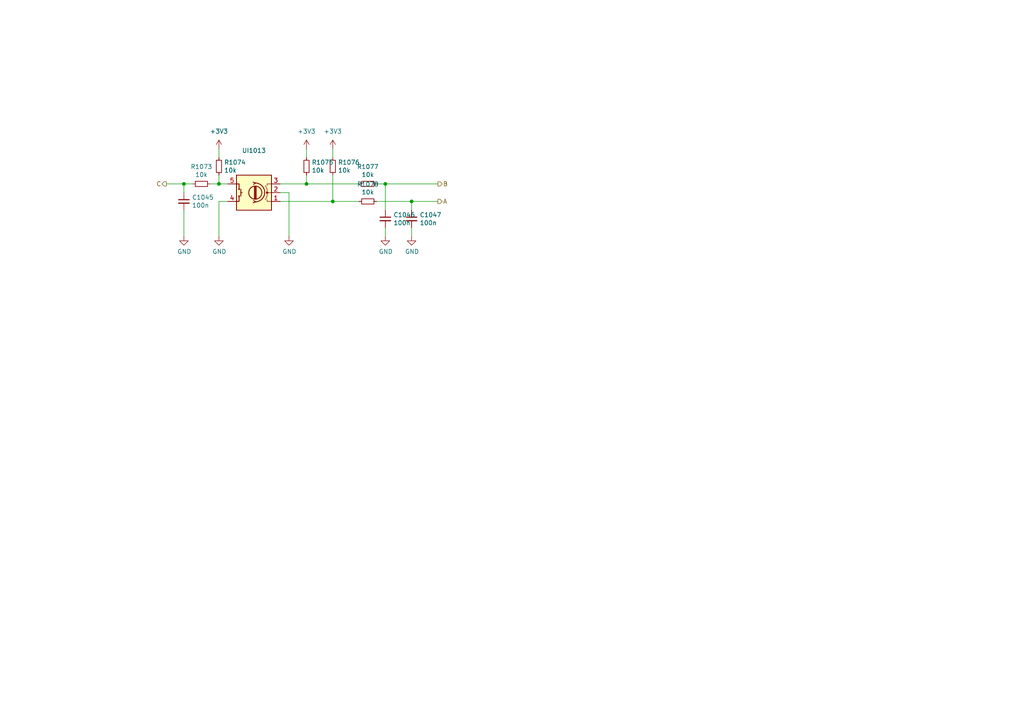
<source format=kicad_sch>
(kicad_sch (version 20230121) (generator eeschema)
  (paper "A4")
  (lib_symbols
    (symbol "power:+3V3" (power) (pin_names (offset 0))
      (property "Value" "+3V3" (at 0 3.556 0))
      (symbol "+3V3_0_1"
        (polyline (pts (xy -0.762 1.27) (xy 0 2.54)))
        (polyline (pts (xy 0 0) (xy 0 2.54)))
        (polyline (pts (xy 0 2.54) (xy 0.762 1.27)))
      )
      (symbol "+3V3_1_1"
        (pin power_in line (at 0 0 90) (length 0) hide (name "+3V3") (number "1"))
      )
    )
    (symbol "power:GND" (power) (pin_names (offset 0))
      (property "Value" "GND" (at 0 -3.81 0))
      (symbol "GND_0_1"
        (polyline (pts (xy 0 0) (xy 0 -1.27) (xy 1.27 -1.27) (xy 0 -2.54) (xy -1.27 -1.27) (xy 0 -1.27)))
      )
      (symbol "GND_1_1"
        (pin power_in line (at 0 0 270) (length 0) hide (name "GND") (number "1"))
      )
    )
    (symbol "suku_basics:CAP" (pin_numbers hide) (pin_names (offset 0.254) hide)
      (property "Reference" "C" (at 0.254 1.778 0))
      (property "Value" "CAP" (at 0.254 -2.032 0))
      (symbol "CAP_0_1"
        (polyline (pts (xy -1.524 -0.508) (xy 1.524 -0.508)) (stroke (width 0.3302)))
        (polyline (pts (xy -1.524 0.508) (xy 1.524 0.508)) (stroke (width 0.3048)))
      )
      (symbol "CAP_1_1"
        (pin passive line (at 0 2.54 270) (length 2.032) (name "~") (number "1"))
        (pin passive line (at 0 -2.54 90) (length 2.032) (name "~") (number "2"))
      )
    )
    (symbol "suku_basics:RES" (pin_numbers hide) (pin_names (offset 0.254) hide)
      (property "Reference" "R" (at 0.762 0.508 0))
      (property "Value" "RES" (at 0.762 -1.016 0))
      (symbol "RES_1_1"
        (rectangle (start -0.762 1.778) (end 0.762 -1.778) (stroke (width 0.2032)))
        (pin passive line (at 0 2.54 270) (length 0.762) (name "~") (number "1"))
        (pin passive line (at 0 -2.54 90) (length 0.762) (name "~") (number "2"))
      )
    )
    (symbol "suku_basics:UI_Rotary_Encoder_Switch" (pin_names (offset 0.254) hide)
      (property "Reference" "UI" (at 0 6.604 0))
      (property "Value" "UI_Rotary_Encoder_Switch" (at 0 -6.604 0))
      (symbol "UI_Rotary_Encoder_Switch_0_1"
        (rectangle (start -5.08 5.08) (end 5.08 -5.08) (stroke (width 0.254)) (fill (type background)))
        (circle (center -3.81 0) (radius 0.254) (fill (type outline)))
        (circle (center -0.381 0) (radius 1.905) (stroke (width 0.254)))
        (arc (start -0.381 2.667) (mid -3.0988 -0.0635) (end -0.381 -2.794) (stroke (width 0.254)))
        (polyline (pts (xy -0.635 -1.778) (xy -0.635 1.778)) (stroke (width 0.254)))
        (polyline (pts (xy -0.381 -1.778) (xy -0.381 1.778)) (stroke (width 0.254)))
        (polyline (pts (xy -0.127 1.778) (xy -0.127 -1.778)) (stroke (width 0.254)))
        (polyline (pts (xy 3.81 0) (xy 3.429 0)) (stroke (width 0.254)))
        (polyline (pts (xy 3.81 1.016) (xy 3.81 -1.016)) (stroke (width 0.254)))
        (polyline (pts (xy -5.08 -2.54) (xy -3.81 -2.54) (xy -3.81 -2.032)))
        (polyline (pts (xy -5.08 2.54) (xy -3.81 2.54) (xy -3.81 2.032)))
        (polyline (pts (xy 0.254 -3.048) (xy -0.508 -2.794) (xy 0.127 -2.413)) (stroke (width 0.254)))
        (polyline (pts (xy 0.254 2.921) (xy -0.508 2.667) (xy 0.127 2.286)) (stroke (width 0.254)))
        (polyline (pts (xy 5.08 -2.54) (xy 4.318 -2.54) (xy 4.318 -1.016)) (stroke (width 0.254)))
        (polyline (pts (xy 5.08 2.54) (xy 4.318 2.54) (xy 4.318 1.016)) (stroke (width 0.254)))
        (polyline (pts (xy -5.08 0) (xy -3.81 0) (xy -3.81 -1.016) (xy -3.302 -2.032)))
        (polyline (pts (xy -4.318 0) (xy -3.81 0) (xy -3.81 1.016) (xy -3.302 2.032)))
        (circle (center 4.318 -1.016) (radius 0.127) (stroke (width 0.254)))
        (circle (center 4.318 1.016) (radius 0.127) (stroke (width 0.254)))
      )
      (symbol "UI_Rotary_Encoder_Switch_1_1"
        (pin passive line (at -7.62 2.54 0) (length 2.54) (name "1") (number "1"))
        (pin passive line (at -7.62 0 0) (length 2.54) (name "2") (number "2"))
        (pin passive line (at -7.62 -2.54 0) (length 2.54) (name "3") (number "3"))
        (pin passive line (at 7.62 2.54 180) (length 2.54) (name "4") (number "4"))
        (pin passive line (at 7.62 -2.54 180) (length 2.54) (name "5") (number "5"))
        (pin no_connect line (at 0 -7.62 90) (length 2.54) hide (name "6") (number "6"))
        (pin no_connect line (at 0 7.62 270) (length 2.54) hide (name "7") (number "7"))
      )
    )
  )
  (junction (at 63.5 53.34))
  (junction (at 96.52 58.42))
  (junction (at 53.34 53.34))
  (junction (at 88.9 53.34))
  (junction (at 119.38 58.42))
  (junction (at 111.76 53.34))
  (wire (pts (xy 96.52 43.18) (xy 96.52 45.72)))
  (wire (pts (xy 63.5 58.42) (xy 66.04 58.42)))
  (wire (pts (xy 111.76 53.34) (xy 109.22 53.34)))
  (wire (pts (xy 63.5 68.58) (xy 63.5 58.42)))
  (wire (pts (xy 119.38 58.42) (xy 127 58.42)))
  (wire (pts (xy 111.76 68.58) (xy 111.76 66.04)))
  (wire (pts (xy 81.28 58.42) (xy 96.52 58.42)))
  (wire (pts (xy 53.34 53.34) (xy 55.88 53.34)))
  (wire (pts (xy 119.38 60.96) (xy 119.38 58.42)))
  (wire (pts (xy 111.76 60.96) (xy 111.76 53.34)))
  (wire (pts (xy 83.82 55.88) (xy 81.28 55.88)))
  (wire (pts (xy 53.34 68.58) (xy 53.34 60.96)))
  (wire (pts (xy 119.38 58.42) (xy 109.22 58.42)))
  (wire (pts (xy 88.9 50.8) (xy 88.9 53.34)))
  (wire (pts (xy 96.52 50.8) (xy 96.52 58.42)))
  (wire (pts (xy 88.9 53.34) (xy 104.14 53.34)))
  (wire (pts (xy 88.9 43.18) (xy 88.9 45.72)))
  (wire (pts (xy 81.28 53.34) (xy 88.9 53.34)))
  (wire (pts (xy 63.5 53.34) (xy 66.04 53.34)))
  (wire (pts (xy 111.76 53.34) (xy 127 53.34)))
  (wire (pts (xy 83.82 68.58) (xy 83.82 55.88)))
  (wire (pts (xy 96.52 58.42) (xy 104.14 58.42)))
  (wire (pts (xy 119.38 68.58) (xy 119.38 66.04)))
  (wire (pts (xy 60.96 53.34) (xy 63.5 53.34)))
  (wire (pts (xy 53.34 55.88) (xy 53.34 53.34)))
  (wire (pts (xy 48.26 53.34) (xy 53.34 53.34)))
  (wire (pts (xy 63.5 43.18) (xy 63.5 45.72)))
  (wire (pts (xy 63.5 50.8) (xy 63.5 53.34)))
  (hierarchical_label "A" (shape output) (at 127 58.42 0))
  (hierarchical_label "C" (shape output) (at 48.26 53.34 180))
  (hierarchical_label "B" (shape output) (at 127 53.34 0))
  (symbol (lib_id "power:GND") (at 83.82 68.58 0) (unit 1)
    (property "Reference" "#PWR01140" (effects hide))
    (property "Value" "GND" (at 83.947 72.9742 0))
    (instances (project "EN16" (path "" (reference "#PWR01140") (unit 1)) (path "" (reference "#PWR01116") (unit 1)) (path "" (reference "#PWR01124") (unit 1)) (path "" (reference "#PWR01028") (unit 1)) (path "" (reference "#PWR01004") (unit 1)) (path "" (reference "#PWR01164") (unit 1)) (path "" (reference "#PWR01044") (unit 1)) (path "" (reference "#PWR01092") (unit 1)) (path "" (reference "#PWR01148") (unit 1)) (path "" (reference "#PWR01156") (unit 1)) (path "" (reference "#PWR01020") (unit 1)) (path "" (reference "#PWR01100") (unit 1)) (path "" (reference "#PWR01036") (unit 1)) (path "" (reference "#PWR01108") (unit 1)) (path "" (reference "#PWR01012") (unit 1)) (path "" (reference "#PWR01132") (unit 1))))
  )
  (symbol (lib_id "suku_basics:RES") (at 106.68 53.34 270) (unit 1)
    (property "Reference" "R1077" (at 106.68 48.3616 90))
    (property "Value" "10k" (at 106.68 50.673 90))
    (property "Footprint" "suku_basics:RES_0402" (effects hide))
    (instances (project "EN16" (path "" (reference "R1077") (unit 1)) (path "" (reference "R1059") (unit 1)) (path "" (reference "R1065") (unit 1)) (path "" (reference "R1023") (unit 1)) (path "" (reference "R1005") (unit 1)) (path "" (reference "R1095") (unit 1)) (path "" (reference "R1035") (unit 1)) (path "" (reference "R1041") (unit 1)) (path "" (reference "R1083") (unit 1)) (path "" (reference "R1089") (unit 1)) (path "" (reference "R1017") (unit 1)) (path "" (reference "R1047") (unit 1)) (path "" (reference "R1029") (unit 1)) (path "" (reference "R1053") (unit 1)) (path "" (reference "R1011") (unit 1)) (path "" (reference "R1071") (unit 1))))
  )
  (symbol (lib_id "suku_basics:RES") (at 88.9 48.26 0) (unit 1)
    (property "Reference" "R1075" (at 90.3986 47.0916 0) (effects (justify left)))
    (property "Value" "10k" (at 90.3986 49.403 0) (effects (justify left)))
    (property "Footprint" "suku_basics:RES_0402" (effects hide))
    (instances (project "EN16" (path "" (reference "R1075") (unit 1)) (path "" (reference "R1057") (unit 1)) (path "" (reference "R1063") (unit 1)) (path "" (reference "R1021") (unit 1)) (path "" (reference "R1003") (unit 1)) (path "" (reference "R1093") (unit 1)) (path "" (reference "R1033") (unit 1)) (path "" (reference "R1039") (unit 1)) (path "" (reference "R1081") (unit 1)) (path "" (reference "R1087") (unit 1)) (path "" (reference "R1015") (unit 1)) (path "" (reference "R1045") (unit 1)) (path "" (reference "R1027") (unit 1)) (path "" (reference "R1051") (unit 1)) (path "" (reference "R1009") (unit 1)) (path "" (reference "R1069") (unit 1))))
  )
  (symbol (lib_id "suku_basics:UI_Rotary_Encoder_Switch") (at 73.66 55.88 180) (unit 1)
    (property "Reference" "UI1013" (at 73.66 43.6626 0))
    (property "Value" "EN12-HS22AF20 (NF)" (effects hide))
    (property "Footprint" "suku_basics:UI_ENCODER_TT" (effects hide))
    (instances (project "EN16" (path "" (reference "UI1013") (unit 1)) (path "" (reference "UI1010") (unit 1)) (path "" (reference "UI1011") (unit 1)) (path "" (reference "UI1004") (unit 1)) (path "" (reference "UI1001") (unit 1)) (path "" (reference "UI1016") (unit 1)) (path "" (reference "UI1006") (unit 1)) (path "" (reference "UI1007") (unit 1)) (path "" (reference "UI1014") (unit 1)) (path "" (reference "UI1015") (unit 1)) (path "" (reference "UI1003") (unit 1)) (path "" (reference "UI1008") (unit 1)) (path "" (reference "UI1005") (unit 1)) (path "" (reference "UI1009") (unit 1)) (path "" (reference "UI1002") (unit 1)) (path "" (reference "UI1012") (unit 1))))
  )
  (symbol (lib_id "suku_basics:CAP") (at 111.76 63.5 0) (unit 1)
    (property "Reference" "C1046" (at 114.0968 62.3316 0) (effects (justify left)))
    (property "Value" "100n" (at 114.0968 64.643 0) (effects (justify left)))
    (property "Footprint" "suku_basics:CAP_0402" (effects hide))
    (instances (project "EN16" (path "" (reference "C1046") (unit 1)) (path "" (reference "C1037") (unit 1)) (path "" (reference "C1040") (unit 1)) (path "" (reference "C1011") (unit 1)) (path "" (reference "C1002") (unit 1)) (path "" (reference "C1055") (unit 1)) (path "" (reference "C1017") (unit 1)) (path "" (reference "C1028") (unit 1)) (path "" (reference "C1049") (unit 1)) (path "" (reference "C1052") (unit 1)) (path "" (reference "C1008") (unit 1)) (path "" (reference "C1031") (unit 1)) (path "" (reference "C1014") (unit 1)) (path "" (reference "C1034") (unit 1)) (path "" (reference "C1005") (unit 1)) (path "" (reference "C1043") (unit 1))))
  )
  (symbol (lib_id "power:GND") (at 111.76 68.58 0) (unit 1)
    (property "Reference" "#PWR01143" (effects hide))
    (property "Value" "GND" (at 111.887 72.9742 0))
    (instances (project "EN16" (path "" (reference "#PWR01143") (unit 1)) (path "" (reference "#PWR01119") (unit 1)) (path "" (reference "#PWR01127") (unit 1)) (path "" (reference "#PWR01031") (unit 1)) (path "" (reference "#PWR01007") (unit 1)) (path "" (reference "#PWR01167") (unit 1)) (path "" (reference "#PWR01047") (unit 1)) (path "" (reference "#PWR01095") (unit 1)) (path "" (reference "#PWR01151") (unit 1)) (path "" (reference "#PWR01159") (unit 1)) (path "" (reference "#PWR01023") (unit 1)) (path "" (reference "#PWR01103") (unit 1)) (path "" (reference "#PWR01039") (unit 1)) (path "" (reference "#PWR01111") (unit 1)) (path "" (reference "#PWR01015") (unit 1)) (path "" (reference "#PWR01135") (unit 1))))
  )
  (symbol (lib_id "suku_basics:RES") (at 96.52 48.26 0) (unit 1)
    (property "Reference" "R1076" (at 98.0186 47.0916 0) (effects (justify left)))
    (property "Value" "10k" (at 98.0186 49.403 0) (effects (justify left)))
    (property "Footprint" "suku_basics:RES_0402" (effects hide))
    (instances (project "EN16" (path "" (reference "R1076") (unit 1)) (path "" (reference "R1058") (unit 1)) (path "" (reference "R1064") (unit 1)) (path "" (reference "R1022") (unit 1)) (path "" (reference "R1004") (unit 1)) (path "" (reference "R1094") (unit 1)) (path "" (reference "R1034") (unit 1)) (path "" (reference "R1040") (unit 1)) (path "" (reference "R1082") (unit 1)) (path "" (reference "R1088") (unit 1)) (path "" (reference "R1016") (unit 1)) (path "" (reference "R1046") (unit 1)) (path "" (reference "R1028") (unit 1)) (path "" (reference "R1052") (unit 1)) (path "" (reference "R1010") (unit 1)) (path "" (reference "R1070") (unit 1))))
  )
  (symbol (lib_id "suku_basics:CAP") (at 119.38 63.5 0) (unit 1)
    (property "Reference" "C1047" (at 121.7168 62.3316 0) (effects (justify left)))
    (property "Value" "100n" (at 121.7168 64.643 0) (effects (justify left)))
    (property "Footprint" "suku_basics:CAP_0402" (effects hide))
    (instances (project "EN16" (path "" (reference "C1047") (unit 1)) (path "" (reference "C1038") (unit 1)) (path "" (reference "C1041") (unit 1)) (path "" (reference "C1012") (unit 1)) (path "" (reference "C1003") (unit 1)) (path "" (reference "C1056") (unit 1)) (path "" (reference "C1018") (unit 1)) (path "" (reference "C1029") (unit 1)) (path "" (reference "C1050") (unit 1)) (path "" (reference "C1053") (unit 1)) (path "" (reference "C1009") (unit 1)) (path "" (reference "C1032") (unit 1)) (path "" (reference "C1015") (unit 1)) (path "" (reference "C1035") (unit 1)) (path "" (reference "C1006") (unit 1)) (path "" (reference "C1044") (unit 1))))
  )
  (symbol (lib_id "power:GND") (at 119.38 68.58 0) (unit 1)
    (property "Reference" "#PWR01144" (effects hide))
    (property "Value" "GND" (at 119.507 72.9742 0))
    (instances (project "EN16" (path "" (reference "#PWR01144") (unit 1)) (path "" (reference "#PWR01120") (unit 1)) (path "" (reference "#PWR01128") (unit 1)) (path "" (reference "#PWR01032") (unit 1)) (path "" (reference "#PWR01008") (unit 1)) (path "" (reference "#PWR01168") (unit 1)) (path "" (reference "#PWR01048") (unit 1)) (path "" (reference "#PWR01096") (unit 1)) (path "" (reference "#PWR01152") (unit 1)) (path "" (reference "#PWR01160") (unit 1)) (path "" (reference "#PWR01024") (unit 1)) (path "" (reference "#PWR01104") (unit 1)) (path "" (reference "#PWR01040") (unit 1)) (path "" (reference "#PWR01112") (unit 1)) (path "" (reference "#PWR01016") (unit 1)) (path "" (reference "#PWR01136") (unit 1))))
  )
  (symbol (lib_id "suku_basics:RES") (at 106.68 58.42 270) (unit 1)
    (property "Reference" "R1078" (at 106.68 53.4416 90))
    (property "Value" "10k" (at 106.68 55.753 90))
    (property "Footprint" "suku_basics:RES_0402" (effects hide))
    (instances (project "EN16" (path "" (reference "R1078") (unit 1)) (path "" (reference "R1060") (unit 1)) (path "" (reference "R1066") (unit 1)) (path "" (reference "R1024") (unit 1)) (path "" (reference "R1006") (unit 1)) (path "" (reference "R1096") (unit 1)) (path "" (reference "R1036") (unit 1)) (path "" (reference "R1042") (unit 1)) (path "" (reference "R1084") (unit 1)) (path "" (reference "R1090") (unit 1)) (path "" (reference "R1018") (unit 1)) (path "" (reference "R1048") (unit 1)) (path "" (reference "R1030") (unit 1)) (path "" (reference "R1054") (unit 1)) (path "" (reference "R1012") (unit 1)) (path "" (reference "R1072") (unit 1))))
  )
  (symbol (lib_id "power:GND") (at 63.5 68.58 0) (unit 1)
    (property "Reference" "#PWR01139" (effects hide))
    (property "Value" "GND" (at 63.627 72.9742 0))
    (instances (project "EN16" (path "" (reference "#PWR01139") (unit 1)) (path "" (reference "#PWR01115") (unit 1)) (path "" (reference "#PWR01123") (unit 1)) (path "" (reference "#PWR01027") (unit 1)) (path "" (reference "#PWR01003") (unit 1)) (path "" (reference "#PWR01163") (unit 1)) (path "" (reference "#PWR01043") (unit 1)) (path "" (reference "#PWR01091") (unit 1)) (path "" (reference "#PWR01147") (unit 1)) (path "" (reference "#PWR01155") (unit 1)) (path "" (reference "#PWR01019") (unit 1)) (path "" (reference "#PWR01099") (unit 1)) (path "" (reference "#PWR01035") (unit 1)) (path "" (reference "#PWR01107") (unit 1)) (path "" (reference "#PWR01011") (unit 1)) (path "" (reference "#PWR01131") (unit 1))))
  )
  (symbol (lib_id "suku_basics:RES") (at 63.5 48.26 0) (unit 1)
    (property "Reference" "R1074" (at 64.9986 47.0916 0) (effects (justify left)))
    (property "Value" "10k" (at 64.9986 49.403 0) (effects (justify left)))
    (property "Footprint" "suku_basics:RES_0402" (effects hide))
    (instances (project "EN16" (path "" (reference "R1074") (unit 1)) (path "" (reference "R1056") (unit 1)) (path "" (reference "R1062") (unit 1)) (path "" (reference "R1020") (unit 1)) (path "" (reference "R1002") (unit 1)) (path "" (reference "R1092") (unit 1)) (path "" (reference "R1032") (unit 1)) (path "" (reference "R1038") (unit 1)) (path "" (reference "R1080") (unit 1)) (path "" (reference "R1086") (unit 1)) (path "" (reference "R1014") (unit 1)) (path "" (reference "R1044") (unit 1)) (path "" (reference "R1026") (unit 1)) (path "" (reference "R1050") (unit 1)) (path "" (reference "R1008") (unit 1)) (path "" (reference "R1068") (unit 1))))
  )
  (symbol (lib_id "suku_basics:RES") (at 58.42 53.34 270) (unit 1)
    (property "Reference" "R1073" (at 58.42 48.3616 90))
    (property "Value" "10k" (at 58.42 50.673 90))
    (property "Footprint" "suku_basics:RES_0402" (effects hide))
    (instances (project "EN16" (path "" (reference "R1073") (unit 1)) (path "" (reference "R1055") (unit 1)) (path "" (reference "R1061") (unit 1)) (path "" (reference "R1019") (unit 1)) (path "" (reference "R1001") (unit 1)) (path "" (reference "R1091") (unit 1)) (path "" (reference "R1031") (unit 1)) (path "" (reference "R1037") (unit 1)) (path "" (reference "R1079") (unit 1)) (path "" (reference "R1085") (unit 1)) (path "" (reference "R1013") (unit 1)) (path "" (reference "R1043") (unit 1)) (path "" (reference "R1025") (unit 1)) (path "" (reference "R1049") (unit 1)) (path "" (reference "R1007") (unit 1)) (path "" (reference "R1067") (unit 1))))
  )
  (symbol (lib_id "suku_basics:CAP") (at 53.34 58.42 0) (unit 1)
    (property "Reference" "C1045" (at 55.6768 57.2516 0) (effects (justify left)))
    (property "Value" "100n" (at 55.6768 59.563 0) (effects (justify left)))
    (property "Footprint" "suku_basics:CAP_0402" (effects hide))
    (instances (project "EN16" (path "" (reference "C1045") (unit 1)) (path "" (reference "C1036") (unit 1)) (path "" (reference "C1039") (unit 1)) (path "" (reference "C1010") (unit 1)) (path "" (reference "C1001") (unit 1)) (path "" (reference "C1054") (unit 1)) (path "" (reference "C1016") (unit 1)) (path "" (reference "C1027") (unit 1)) (path "" (reference "C1048") (unit 1)) (path "" (reference "C1051") (unit 1)) (path "" (reference "C1007") (unit 1)) (path "" (reference "C1030") (unit 1)) (path "" (reference "C1013") (unit 1)) (path "" (reference "C1033") (unit 1)) (path "" (reference "C1004") (unit 1)) (path "" (reference "C1042") (unit 1))))
  )
  (symbol (lib_id "power:GND") (at 53.34 68.58 0) (unit 1)
    (property "Reference" "#PWR01137" (effects hide))
    (property "Value" "GND" (at 53.467 72.9742 0))
    (instances (project "EN16" (path "" (reference "#PWR01137") (unit 1)) (path "" (reference "#PWR01113") (unit 1)) (path "" (reference "#PWR01121") (unit 1)) (path "" (reference "#PWR01025") (unit 1)) (path "" (reference "#PWR01001") (unit 1)) (path "" (reference "#PWR01161") (unit 1)) (path "" (reference "#PWR01041") (unit 1)) (path "" (reference "#PWR01089") (unit 1)) (path "" (reference "#PWR01145") (unit 1)) (path "" (reference "#PWR01153") (unit 1)) (path "" (reference "#PWR01017") (unit 1)) (path "" (reference "#PWR01097") (unit 1)) (path "" (reference "#PWR01033") (unit 1)) (path "" (reference "#PWR01105") (unit 1)) (path "" (reference "#PWR01009") (unit 1)) (path "" (reference "#PWR01129") (unit 1))))
  )
  (symbol (lib_id "power:+3V3") (at 96.52 43.18 0) (unit 1)
    (property "Reference" "#PWR01149" (effects hide))
    (property "Value" "+3V3" (at 96.52 38.1 0))
    (instances (project "EN16" (path "" (reference "#PWR01149") (unit 1)) (path "" (reference "#PWR01126") (unit 1)) (path "" (reference "#PWR01130") (unit 1)) (path "" (reference "#PWR01133") (unit 1)) (path "" (reference "#PWR01134") (unit 1)) (path "" (reference "#PWR01138") (unit 1)) (path "" (reference "#PWR01141") (unit 1)) (path "" (reference "#PWR01142") (unit 1)) (path "" (reference "#PWR01169") (unit 1)) (path "" (reference "#PWR01146") (unit 1)) (path "" (reference "#PWR01150") (unit 1)) (path "" (reference "#PWR01154") (unit 1)) (path "" (reference "#PWR01157") (unit 1)) (path "" (reference "#PWR01158") (unit 1)) (path "" (reference "#PWR01162") (unit 1)) (path "" (reference "#PWR01165") (unit 1)) (path "" (reference "#PWR01166") (unit 1))))
  )
  (symbol (lib_id "power:+3V3") (at 63.5 43.18 0) (unit 1)
    (property "Reference" "#PWR01022" (effects hide))
    (property "Value" "+3V3" (at 63.5 38.1 0))
    (instances (project "EN16" (path "" (reference "#PWR01022") (unit 1)) (path "" (reference "#PWR01002") (unit 1)) (path "" (reference "#PWR01005") (unit 1)) (path "" (reference "#PWR01006") (unit 1)) (path "" (reference "#PWR01010") (unit 1)) (path "" (reference "#PWR01013") (unit 1)) (path "" (reference "#PWR01014") (unit 1)) (path "" (reference "#PWR01018") (unit 1)) (path "" (reference "#PWR01169") (unit 1)) (path "" (reference "#PWR01021") (unit 1)) (path "" (reference "#PWR01026") (unit 1)) (path "" (reference "#PWR01029") (unit 1)) (path "" (reference "#PWR01030") (unit 1)) (path "" (reference "#PWR01034") (unit 1)) (path "" (reference "#PWR01037") (unit 1)) (path "" (reference "#PWR01038") (unit 1)) (path "" (reference "#PWR01042") (unit 1))))
  )
  (symbol (lib_id "power:+3V3") (at 88.9 43.18 0) (unit 1)
    (property "Reference" "#PWR01106" (effects hide))
    (property "Value" "+3V3" (at 88.9 38.1 0))
    (instances (project "EN16" (path "" (reference "#PWR01106") (unit 1)) (path "" (reference "#PWR01045") (unit 1)) (path "" (reference "#PWR01046") (unit 1)) (path "" (reference "#PWR01090") (unit 1)) (path "" (reference "#PWR01093") (unit 1)) (path "" (reference "#PWR01094") (unit 1)) (path "" (reference "#PWR01098") (unit 1)) (path "" (reference "#PWR01101") (unit 1)) (path "" (reference "#PWR01169") (unit 1)) (path "" (reference "#PWR01102") (unit 1)) (path "" (reference "#PWR01109") (unit 1)) (path "" (reference "#PWR01110") (unit 1)) (path "" (reference "#PWR01114") (unit 1)) (path "" (reference "#PWR01117") (unit 1)) (path "" (reference "#PWR01118") (unit 1)) (path "" (reference "#PWR01122") (unit 1)) (path "" (reference "#PWR01125") (unit 1))))
  )
)
</source>
